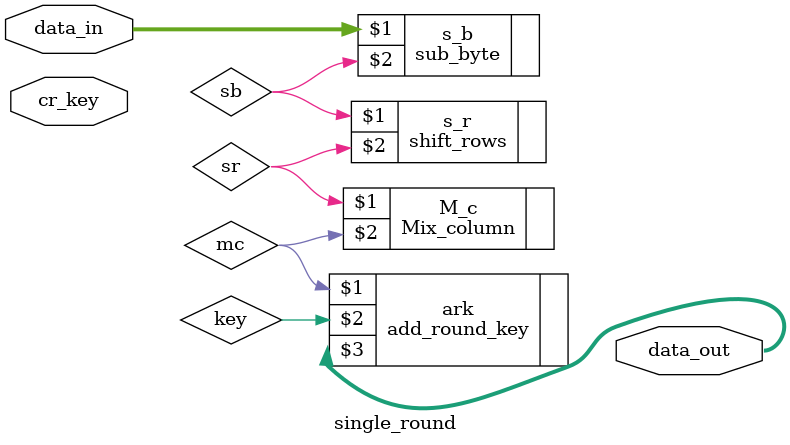
<source format=v>
module single_round(data_in,data_out,cr_key);
	input [127:0]data_in;
	input [127:0]cr_key; // key for the current round
	output [127:0]data_out;
	
	
	wire sb; //output of the substitute byte
	wire sr; //output of the shift row operation
	wire mc; //output of the mix column
	
	sub_byte s_b(data_in,sb);
	shift_rows s_r(sb,sr);
	Mix_column M_c(sr,mc);
	add_round_key ark(mc, key, data_out);
	
	
endmodule 
</source>
